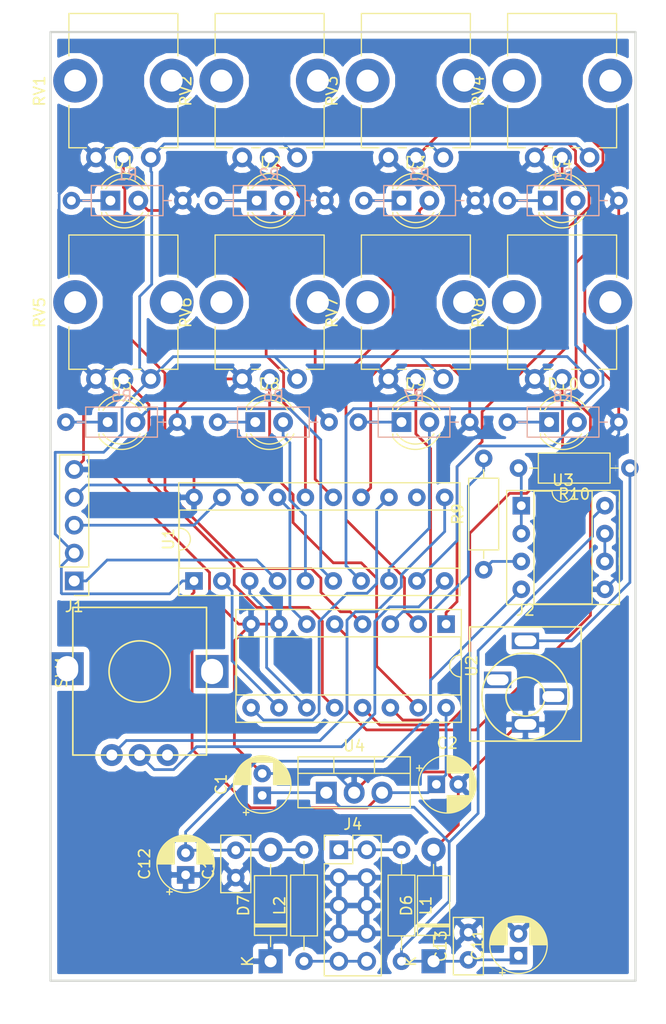
<source format=kicad_pcb>
(kicad_pcb (version 20171130) (host pcbnew "(5.0.2)-1")
  (layers (0 F.Cu signal) (31 B.Cu signal) (34 B.Paste user) (35 F.Paste user) (36 B.SilkS user) (37 F.SilkS user) (38 B.Mask user) (39 F.Mask user) (44 Edge.Cuts user))
  (net 0 "")
  (net 1 12V)
  (net 2 GND)
  (net 3 5V)
  (net 4 /EURORACKPIN/-12V)
  (net 5 "Net-(D1-Pad1)")
  (net 6 "Net-(D1-Pad2)")
  (net 7 "Net-(D2-Pad2)")
  (net 8 "Net-(D2-Pad1)")
  (net 9 "Net-(D3-Pad1)")
  (net 10 "Net-(D3-Pad2)")
  (net 11 "Net-(D4-Pad2)")
  (net 12 "Net-(D4-Pad1)")
  (net 13 "Net-(D5-Pad2)")
  (net 14 "Net-(D5-Pad1)")
  (net 15 "Net-(D8-Pad1)")
  (net 16 "Net-(D8-Pad2)")
  (net 17 "Net-(D9-Pad2)")
  (net 18 "Net-(D9-Pad1)")
  (net 19 "Net-(D10-Pad1)")
  (net 20 "Net-(D10-Pad2)")
  (net 21 MCLR)
  (net 22 ICSPDAT)
  (net 23 ICSPCL)
  (net 24 "Net-(J2-PadT)")
  (net 25 "Net-(J2-PadR)")
  (net 26 "Net-(J2-PadG)")
  (net 27 12VC)
  (net 28 -12VC)
  (net 29 "Net-(R9-Pad1)")
  (net 30 "Net-(R9-Pad2)")
  (net 31 "Net-(R10-Pad2)")
  (net 32 "Net-(RV1-Pad2)")
  (net 33 "Net-(RV2-Pad2)")
  (net 34 "Net-(RV3-Pad2)")
  (net 35 "Net-(RV4-Pad2)")
  (net 36 "Net-(RV5-Pad2)")
  (net 37 "Net-(RV6-Pad2)")
  (net 38 "Net-(RV7-Pad2)")
  (net 39 "Net-(RV8-Pad2)")
  (net 40 "Net-(SW1-PadA)")
  (net 41 "Net-(SW1-PadB)")
  (net 42 "Net-(SW1-PadC)")
  (net 43 B)
  (net 44 "Net-(U1-Pad12)")
  (net 45 A)
  (net 46 C)
  (net 47 EN)
  (net 48 "Net-(U3-Pad6)")
  (module Capacitor_THT:CP_Radial_D5.0mm_P2.00mm (layer F.Cu) (at 63.119 102.235 90)
    (fp_text reference C1 (at 1 -3.75 90) (layer F.SilkS))
    (fp_text value 0.33u)
    (pad 1 thru_hole rect (at 0 0 90) (size 1.6 1.6) (drill 0.8) (layers *.Cu *.Mask) (net 1 12V))
    (pad 2 thru_hole circle (at 2 0 90) (size 1.6 1.6) (drill 0.8) (layers *.Cu *.Mask) (net 2 GND))
  )
  (module Capacitor_THT:CP_Radial_D5.0mm_P2.00mm (layer F.Cu) (at 78.994 101.219)
    (fp_text reference C2 (at 1 -3.75) (layer F.SilkS))
    (fp_text value 0.1u)
    (pad 2 thru_hole circle (at 2 0) (size 1.6 1.6) (drill 0.8) (layers *.Cu *.Mask) (net 2 GND))
    (pad 1 thru_hole rect (at 0 0) (size 1.6 1.6) (drill 0.8) (layers *.Cu *.Mask) (net 3 5V))
  )
  (module Capacitor_THT:CP_Radial_D5.0mm_P2.00mm (layer F.Cu) (at 86.487 116.84 90)
    (fp_text reference C11 (at 1 -3.75 90) (layer F.SilkS))
    (fp_text value 10uF)
    (pad 2 thru_hole circle (at 2 0 90) (size 1.6 1.6) (drill 0.8) (layers *.Cu *.Mask) (net 2 GND))
    (pad 1 thru_hole rect (at 0 0 90) (size 1.6 1.6) (drill 0.8) (layers *.Cu *.Mask) (net 1 12V))
  )
  (module Capacitor_THT:CP_Radial_D5.0mm_P2.00mm (layer F.Cu) (at 56.134 109.474 90)
    (fp_text reference C12 (at 1 -3.75 90) (layer F.SilkS))
    (fp_text value 10uF)
    (pad 1 thru_hole rect (at 0 0 90) (size 1.6 1.6) (drill 0.8) (layers *.Cu *.Mask) (net 2 GND))
    (pad 2 thru_hole circle (at 2 0 90) (size 1.6 1.6) (drill 0.8) (layers *.Cu *.Mask) (net 4 /EURORACKPIN/-12V))
  )
  (module Capacitor_THT:C_Disc_D5.0mm_W2.5mm_P2.50mm (layer F.Cu) (at 81.915 117.221 90)
    (fp_text reference C13 (at 1.25 -2.5 90) (layer F.SilkS))
    (fp_text value 100nF)
    (pad 1 thru_hole circle (at 0 0 90) (size 1.6 1.6) (drill 0.8) (layers *.Cu *.Mask) (net 1 12V))
    (pad 2 thru_hole circle (at 2.5 0 90) (size 1.6 1.6) (drill 0.8) (layers *.Cu *.Mask) (net 2 GND))
  )
  (module Capacitor_THT:C_Disc_D5.0mm_W2.5mm_P2.50mm (layer F.Cu) (at 60.706 109.728 90)
    (fp_text reference C14 (at 1.25 -2.5 90) (layer F.SilkS))
    (fp_text value 100nF)
    (pad 2 thru_hole circle (at 2.5 0 90) (size 1.6 1.6) (drill 0.8) (layers *.Cu *.Mask) (net 4 /EURORACKPIN/-12V))
    (pad 1 thru_hole circle (at 0 0 90) (size 1.6 1.6) (drill 0.8) (layers *.Cu *.Mask) (net 2 GND))
  )
  (module LED_THT:LED_D4.0mm (layer F.Cu) (at 49.276 48.006)
    (fp_text reference D1 (at 1.27 -3.46) (layer F.SilkS))
    (fp_text value LED)
    (pad 1 thru_hole rect (at 0 0) (size 1.8 1.8) (drill 0.9) (layers *.Cu *.Mask) (net 5 "Net-(D1-Pad1)"))
    (pad 2 thru_hole circle (at 2.54 0) (size 1.8 1.8) (drill 0.9) (layers *.Cu *.Mask) (net 6 "Net-(D1-Pad2)"))
  )
  (module LED_THT:LED_D4.0mm (layer F.Cu) (at 62.611 48.006)
    (fp_text reference D2 (at 1.27 -3.46) (layer F.SilkS))
    (fp_text value LED)
    (pad 2 thru_hole circle (at 2.54 0) (size 1.8 1.8) (drill 0.9) (layers *.Cu *.Mask) (net 7 "Net-(D2-Pad2)"))
    (pad 1 thru_hole rect (at 0 0) (size 1.8 1.8) (drill 0.9) (layers *.Cu *.Mask) (net 8 "Net-(D2-Pad1)"))
  )
  (module LED_THT:LED_D4.0mm (layer F.Cu) (at 75.819 48.006)
    (fp_text reference D3 (at 1.27 -3.46) (layer F.SilkS))
    (fp_text value LED)
    (pad 1 thru_hole rect (at 0 0) (size 1.8 1.8) (drill 0.9) (layers *.Cu *.Mask) (net 9 "Net-(D3-Pad1)"))
    (pad 2 thru_hole circle (at 2.54 0) (size 1.8 1.8) (drill 0.9) (layers *.Cu *.Mask) (net 10 "Net-(D3-Pad2)"))
  )
  (module LED_THT:LED_D4.0mm (layer F.Cu) (at 89.154 48.006)
    (fp_text reference D4 (at 1.27 -3.46) (layer F.SilkS))
    (fp_text value LED)
    (pad 2 thru_hole circle (at 2.54 0) (size 1.8 1.8) (drill 0.9) (layers *.Cu *.Mask) (net 11 "Net-(D4-Pad2)"))
    (pad 1 thru_hole rect (at 0 0) (size 1.8 1.8) (drill 0.9) (layers *.Cu *.Mask) (net 12 "Net-(D4-Pad1)"))
  )
  (module LED_THT:LED_D4.0mm (layer F.Cu) (at 49.022 68.199)
    (fp_text reference D5 (at 1.27 -3.46) (layer F.SilkS))
    (fp_text value LED)
    (pad 2 thru_hole circle (at 2.54 0) (size 1.8 1.8) (drill 0.9) (layers *.Cu *.Mask) (net 13 "Net-(D5-Pad2)"))
    (pad 1 thru_hole rect (at 0 0) (size 1.8 1.8) (drill 0.9) (layers *.Cu *.Mask) (net 14 "Net-(D5-Pad1)"))
  )
  (module Diode_THT:D_DO-41_SOD81_P10.16mm_Horizontal (layer F.Cu) (at 78.74 117.348 90)
    (fp_text reference D6 (at 5.08 -2.47 90) (layer F.SilkS))
    (fp_text value 1N4007)
    (fp_text user K (at 0 -2.1 90) (layer F.SilkS))
    (pad 1 thru_hole rect (at 0 0 90) (size 2.2 2.2) (drill 1.1) (layers *.Cu *.Mask) (net 1 12V))
    (pad 2 thru_hole oval (at 10.16 0 90) (size 2.2 2.2) (drill 1.1) (layers *.Cu *.Mask) (net 2 GND))
  )
  (module Diode_THT:D_DO-41_SOD81_P10.16mm_Horizontal (layer F.Cu) (at 63.881 117.348 90)
    (fp_text reference D7 (at 5.08 -2.47 90) (layer F.SilkS))
    (fp_text value 1N4007)
    (fp_text user K (at 0 -2.1 90) (layer F.SilkS))
    (pad 2 thru_hole oval (at 10.16 0 90) (size 2.2 2.2) (drill 1.1) (layers *.Cu *.Mask) (net 4 /EURORACKPIN/-12V))
    (pad 1 thru_hole rect (at 0 0 90) (size 2.2 2.2) (drill 1.1) (layers *.Cu *.Mask) (net 2 GND))
  )
  (module LED_THT:LED_D4.0mm (layer F.Cu) (at 62.484 68.199)
    (fp_text reference D8 (at 1.27 -3.46) (layer F.SilkS))
    (fp_text value LED)
    (pad 1 thru_hole rect (at 0 0) (size 1.8 1.8) (drill 0.9) (layers *.Cu *.Mask) (net 15 "Net-(D8-Pad1)"))
    (pad 2 thru_hole circle (at 2.54 0) (size 1.8 1.8) (drill 0.9) (layers *.Cu *.Mask) (net 16 "Net-(D8-Pad2)"))
  )
  (module LED_THT:LED_D4.0mm (layer F.Cu) (at 75.819 68.199)
    (fp_text reference D9 (at 1.27 -3.46) (layer F.SilkS))
    (fp_text value LED)
    (pad 2 thru_hole circle (at 2.54 0) (size 1.8 1.8) (drill 0.9) (layers *.Cu *.Mask) (net 17 "Net-(D9-Pad2)"))
    (pad 1 thru_hole rect (at 0 0) (size 1.8 1.8) (drill 0.9) (layers *.Cu *.Mask) (net 18 "Net-(D9-Pad1)"))
  )
  (module LED_THT:LED_D4.0mm (layer F.Cu) (at 89.281 68.199)
    (fp_text reference D10 (at 1.27 -3.46) (layer F.SilkS))
    (fp_text value LED)
    (pad 1 thru_hole rect (at 0 0) (size 1.8 1.8) (drill 0.9) (layers *.Cu *.Mask) (net 19 "Net-(D10-Pad1)"))
    (pad 2 thru_hole circle (at 2.54 0) (size 1.8 1.8) (drill 0.9) (layers *.Cu *.Mask) (net 20 "Net-(D10-Pad2)"))
  )
  (module Connector_PinHeader_2.54mm:PinHeader_1x05_P2.54mm_Vertical (layer F.Cu) (at 45.974 82.677 180)
    (fp_text reference J1 (at 0 -2.33 180) (layer F.SilkS))
    (fp_text value Conn_01x05_Male)
    (pad 1 thru_hole rect (at 0 0 180) (size 1.7 1.7) (drill 1) (layers *.Cu *.Mask) (net 21 MCLR))
    (pad 2 thru_hole oval (at 0 2.54 180) (size 1.7 1.7) (drill 1) (layers *.Cu *.Mask) (net 3 5V))
    (pad 3 thru_hole oval (at 0 5.08 180) (size 1.7 1.7) (drill 1) (layers *.Cu *.Mask) (net 22 ICSPDAT))
    (pad 4 thru_hole oval (at 0 7.62 180) (size 1.7 1.7) (drill 1) (layers *.Cu *.Mask) (net 23 ICSPCL))
    (pad 5 thru_hole oval (at 0 10.16 180) (size 1.7 1.7) (drill 1) (layers *.Cu *.Mask) (net 2 GND))
  )
  (module synth:jack_audio (layer F.Cu) (at 87.122 93.218)
    (fp_text reference J2 (at 0 -7.882) (layer F.SilkS))
    (fp_text value AudioJack3_Ground)
    (pad T thru_hole rect (at 0 -5.08) (size 2.5 1.5) (drill oval 2 1) (layers *.Cu *.Mask) (net 24 "Net-(J2-PadT)"))
    (pad R thru_hole rect (at 2.54 0) (size 2.5 1.5) (drill oval 2 1) (layers *.Cu *.Mask) (net 25 "Net-(J2-PadR)"))
    (pad G thru_hole rect (at -2.54 -1.524) (size 2.5 1.5) (drill oval 2 1) (layers *.Cu *.Mask) (net 26 "Net-(J2-PadG)"))
    (pad S thru_hole rect (at 0 2.54) (size 2.5 1.5) (drill oval 2 1) (layers *.Cu *.Mask) (net 2 GND))
  )
  (module Connector_PinHeader_2.54mm:PinHeader_2x05_P2.54mm_Vertical (layer F.Cu) (at 70.104 107.188)
    (fp_text reference J4 (at 1.27 -2.33) (layer F.SilkS))
    (fp_text value Conn_02x05_Odd_Even)
    (pad 1 thru_hole rect (at 0 0) (size 1.7 1.7) (drill 1) (layers *.Cu *.Mask) (net 27 12VC))
    (pad 2 thru_hole oval (at 2.54 0) (size 1.7 1.7) (drill 1) (layers *.Cu *.Mask) (net 27 12VC))
    (pad 3 thru_hole oval (at 0 2.54) (size 1.7 1.7) (drill 1) (layers *.Cu *.Mask) (net 2 GND))
    (pad 4 thru_hole oval (at 2.54 2.54) (size 1.7 1.7) (drill 1) (layers *.Cu *.Mask) (net 2 GND))
    (pad 5 thru_hole oval (at 0 5.08) (size 1.7 1.7) (drill 1) (layers *.Cu *.Mask) (net 2 GND))
    (pad 6 thru_hole oval (at 2.54 5.08) (size 1.7 1.7) (drill 1) (layers *.Cu *.Mask) (net 2 GND))
    (pad 7 thru_hole oval (at 0 7.62) (size 1.7 1.7) (drill 1) (layers *.Cu *.Mask) (net 2 GND))
    (pad 8 thru_hole oval (at 2.54 7.62) (size 1.7 1.7) (drill 1) (layers *.Cu *.Mask) (net 2 GND))
    (pad 9 thru_hole oval (at 0 10.16) (size 1.7 1.7) (drill 1) (layers *.Cu *.Mask) (net 28 -12VC))
    (pad 10 thru_hole oval (at 2.54 10.16) (size 1.7 1.7) (drill 1) (layers *.Cu *.Mask) (net 28 -12VC))
  )
  (module Inductor_THT:L_Axial_L5.3mm_D2.2mm_P10.16mm_Horizontal_Vishay_IM-1 (layer F.Cu) (at 75.819 107.188 270)
    (fp_text reference L1 (at 5.08 -2.22 270) (layer F.SilkS))
    (fp_text value 22uH)
    (pad 1 thru_hole circle (at 0 0 270) (size 1.6 1.6) (drill 0.8) (layers *.Cu *.Mask) (net 27 12VC))
    (pad 2 thru_hole oval (at 10.16 0 270) (size 1.6 1.6) (drill 0.8) (layers *.Cu *.Mask) (net 1 12V))
  )
  (module Inductor_THT:L_Axial_L5.3mm_D2.2mm_P10.16mm_Horizontal_Vishay_IM-1 (layer F.Cu) (at 66.929 117.348 90)
    (fp_text reference L2 (at 5.08 -2.22 90) (layer F.SilkS))
    (fp_text value 22uH)
    (pad 2 thru_hole oval (at 10.16 0 90) (size 1.6 1.6) (drill 0.8) (layers *.Cu *.Mask) (net 4 /EURORACKPIN/-12V))
    (pad 1 thru_hole circle (at 0 0 90) (size 1.6 1.6) (drill 0.8) (layers *.Cu *.Mask) (net 28 -12VC))
  )
  (module Resistor_THT:R_Axial_DIN0207_L6.3mm_D2.5mm_P10.16mm_Horizontal (layer B.Cu) (at 55.88 48.006 180)
    (fp_text reference R1 (at 5.08 2.37 180) (layer B.SilkS) (effects (justify mirror)))
    (fp_text value 330)
    (pad 1 thru_hole circle (at 0 0 180) (size 1.6 1.6) (drill 0.8) (layers *.Cu *.Mask) (net 2 GND))
    (pad 2 thru_hole oval (at 10.16 0 180) (size 1.6 1.6) (drill 0.8) (layers *.Cu *.Mask) (net 5 "Net-(D1-Pad1)"))
  )
  (module Resistor_THT:R_Axial_DIN0207_L6.3mm_D2.5mm_P10.16mm_Horizontal (layer B.Cu) (at 68.834 48.006 180)
    (fp_text reference R2 (at 5.08 2.37 180) (layer B.SilkS) (effects (justify mirror)))
    (fp_text value 330)
    (pad 2 thru_hole oval (at 10.16 0 180) (size 1.6 1.6) (drill 0.8) (layers *.Cu *.Mask) (net 8 "Net-(D2-Pad1)"))
    (pad 1 thru_hole circle (at 0 0 180) (size 1.6 1.6) (drill 0.8) (layers *.Cu *.Mask) (net 2 GND))
  )
  (module Resistor_THT:R_Axial_DIN0207_L6.3mm_D2.5mm_P10.16mm_Horizontal (layer B.Cu) (at 82.55 48.006 180)
    (fp_text reference R3 (at 5.08 2.37 180) (layer B.SilkS) (effects (justify mirror)))
    (fp_text value 330)
    (pad 1 thru_hole circle (at 0 0 180) (size 1.6 1.6) (drill 0.8) (layers *.Cu *.Mask) (net 2 GND))
    (pad 2 thru_hole oval (at 10.16 0 180) (size 1.6 1.6) (drill 0.8) (layers *.Cu *.Mask) (net 9 "Net-(D3-Pad1)"))
  )
  (module Resistor_THT:R_Axial_DIN0207_L6.3mm_D2.5mm_P10.16mm_Horizontal (layer B.Cu) (at 95.631 48.006 180)
    (fp_text reference R4 (at 5.08 2.37 180) (layer B.SilkS) (effects (justify mirror)))
    (fp_text value 330)
    (pad 2 thru_hole oval (at 10.16 0 180) (size 1.6 1.6) (drill 0.8) (layers *.Cu *.Mask) (net 12 "Net-(D4-Pad1)"))
    (pad 1 thru_hole circle (at 0 0 180) (size 1.6 1.6) (drill 0.8) (layers *.Cu *.Mask) (net 2 GND))
  )
  (module Resistor_THT:R_Axial_DIN0207_L6.3mm_D2.5mm_P10.16mm_Horizontal (layer B.Cu) (at 55.372 68.199 180)
    (fp_text reference R5 (at 5.08 2.37 180) (layer B.SilkS) (effects (justify mirror)))
    (fp_text value 330)
    (pad 2 thru_hole oval (at 10.16 0 180) (size 1.6 1.6) (drill 0.8) (layers *.Cu *.Mask) (net 14 "Net-(D5-Pad1)"))
    (pad 1 thru_hole circle (at 0 0 180) (size 1.6 1.6) (drill 0.8) (layers *.Cu *.Mask) (net 2 GND))
  )
  (module Resistor_THT:R_Axial_DIN0207_L6.3mm_D2.5mm_P10.16mm_Horizontal (layer B.Cu) (at 69.215 68.199 180)
    (fp_text reference R6 (at 5.08 2.37 180) (layer B.SilkS) (effects (justify mirror)))
    (fp_text value 330)
    (pad 1 thru_hole circle (at 0 0 180) (size 1.6 1.6) (drill 0.8) (layers *.Cu *.Mask) (net 2 GND))
    (pad 2 thru_hole oval (at 10.16 0 180) (size 1.6 1.6) (drill 0.8) (layers *.Cu *.Mask) (net 15 "Net-(D8-Pad1)"))
  )
  (module Resistor_THT:R_Axial_DIN0207_L6.3mm_D2.5mm_P10.16mm_Horizontal (layer B.Cu) (at 82.042 68.199 180)
    (fp_text reference R7 (at 5.08 2.37 180) (layer B.SilkS) (effects (justify mirror)))
    (fp_text value 330)
    (pad 2 thru_hole oval (at 10.16 0 180) (size 1.6 1.6) (drill 0.8) (layers *.Cu *.Mask) (net 18 "Net-(D9-Pad1)"))
    (pad 1 thru_hole circle (at 0 0 180) (size 1.6 1.6) (drill 0.8) (layers *.Cu *.Mask) (net 2 GND))
  )
  (module Resistor_THT:R_Axial_DIN0207_L6.3mm_D2.5mm_P10.16mm_Horizontal (layer B.Cu) (at 95.631 68.199 180)
    (fp_text reference R8 (at 5.08 2.37 180) (layer B.SilkS) (effects (justify mirror)))
    (fp_text value 330)
    (pad 1 thru_hole circle (at 0 0 180) (size 1.6 1.6) (drill 0.8) (layers *.Cu *.Mask) (net 2 GND))
    (pad 2 thru_hole oval (at 10.16 0 180) (size 1.6 1.6) (drill 0.8) (layers *.Cu *.Mask) (net 19 "Net-(D10-Pad1)"))
  )
  (module Resistor_THT:R_Axial_DIN0207_L6.3mm_D2.5mm_P10.16mm_Horizontal (layer F.Cu) (at 83.312 81.661 90)
    (fp_text reference R9 (at 5.08 -2.37 90) (layer F.SilkS))
    (fp_text value 1k)
    (pad 1 thru_hole circle (at 0 0 90) (size 1.6 1.6) (drill 0.8) (layers *.Cu *.Mask) (net 29 "Net-(R9-Pad1)"))
    (pad 2 thru_hole oval (at 10.16 0 90) (size 1.6 1.6) (drill 0.8) (layers *.Cu *.Mask) (net 30 "Net-(R9-Pad2)"))
  )
  (module Resistor_THT:R_Axial_DIN0207_L6.3mm_D2.5mm_P10.16mm_Horizontal (layer F.Cu) (at 96.647 72.39 180)
    (fp_text reference R10 (at 5.08 -2.37 180) (layer F.SilkS))
    (fp_text value 100)
    (pad 2 thru_hole oval (at 10.16 0 180) (size 1.6 1.6) (drill 0.8) (layers *.Cu *.Mask) (net 31 "Net-(R10-Pad2)"))
    (pad 1 thru_hole circle (at 0 0 180) (size 1.6 1.6) (drill 0.8) (layers *.Cu *.Mask) (net 24 "Net-(J2-PadT)"))
  )
  (module Potentiometer_THT:Potentiometer_Bourns_PTV09A-1_Single_Vertical (layer F.Cu) (at 52.959 44.069 90)
    (fp_text reference RV1 (at 6.05 -10.15 90) (layer F.SilkS))
    (fp_text value 10K)
    (pad 3 thru_hole circle (at 0 -5 90) (size 1.8 1.8) (drill 1) (layers *.Cu *.Mask) (net 2 GND))
    (pad 2 thru_hole circle (at 0 -2.5 90) (size 1.8 1.8) (drill 1) (layers *.Cu *.Mask) (net 32 "Net-(RV1-Pad2)"))
    (pad 1 thru_hole circle (at 0 0 90) (size 1.8 1.8) (drill 1) (layers *.Cu *.Mask) (net 3 5V))
    (pad "" np_thru_hole circle (at 7 -6.9 90) (size 4 4) (drill 2) (layers *.Cu *.Mask))
    (pad "" np_thru_hole circle (at 7 1.9 90) (size 4 4) (drill 2) (layers *.Cu *.Mask))
  )
  (module Potentiometer_THT:Potentiometer_Bourns_PTV09A-1_Single_Vertical (layer F.Cu) (at 66.294 44.069 90)
    (fp_text reference RV2 (at 6.05 -10.15 90) (layer F.SilkS))
    (fp_text value 10K)
    (pad "" np_thru_hole circle (at 7 1.9 90) (size 4 4) (drill 2) (layers *.Cu *.Mask))
    (pad "" np_thru_hole circle (at 7 -6.9 90) (size 4 4) (drill 2) (layers *.Cu *.Mask))
    (pad 1 thru_hole circle (at 0 0 90) (size 1.8 1.8) (drill 1) (layers *.Cu *.Mask) (net 3 5V))
    (pad 2 thru_hole circle (at 0 -2.5 90) (size 1.8 1.8) (drill 1) (layers *.Cu *.Mask) (net 33 "Net-(RV2-Pad2)"))
    (pad 3 thru_hole circle (at 0 -5 90) (size 1.8 1.8) (drill 1) (layers *.Cu *.Mask) (net 2 GND))
  )
  (module Potentiometer_THT:Potentiometer_Bourns_PTV09A-1_Single_Vertical (layer F.Cu) (at 79.629 44.069 90)
    (fp_text reference RV3 (at 6.05 -10.15 90) (layer F.SilkS))
    (fp_text value 10K)
    (pad 3 thru_hole circle (at 0 -5 90) (size 1.8 1.8) (drill 1) (layers *.Cu *.Mask) (net 2 GND))
    (pad 2 thru_hole circle (at 0 -2.5 90) (size 1.8 1.8) (drill 1) (layers *.Cu *.Mask) (net 34 "Net-(RV3-Pad2)"))
    (pad 1 thru_hole circle (at 0 0 90) (size 1.8 1.8) (drill 1) (layers *.Cu *.Mask) (net 3 5V))
    (pad "" np_thru_hole circle (at 7 -6.9 90) (size 4 4) (drill 2) (layers *.Cu *.Mask))
    (pad "" np_thru_hole circle (at 7 1.9 90) (size 4 4) (drill 2) (layers *.Cu *.Mask))
  )
  (module Potentiometer_THT:Potentiometer_Bourns_PTV09A-1_Single_Vertical (layer F.Cu) (at 92.964 44.069 90)
    (fp_text reference RV4 (at 6.05 -10.15 90) (layer F.SilkS))
    (fp_text value 10K)
    (pad "" np_thru_hole circle (at 7 1.9 90) (size 4 4) (drill 2) (layers *.Cu *.Mask))
    (pad "" np_thru_hole circle (at 7 -6.9 90) (size 4 4) (drill 2) (layers *.Cu *.Mask))
    (pad 1 thru_hole circle (at 0 0 90) (size 1.8 1.8) (drill 1) (layers *.Cu *.Mask) (net 3 5V))
    (pad 2 thru_hole circle (at 0 -2.5 90) (size 1.8 1.8) (drill 1) (layers *.Cu *.Mask) (net 35 "Net-(RV4-Pad2)"))
    (pad 3 thru_hole circle (at 0 -5 90) (size 1.8 1.8) (drill 1) (layers *.Cu *.Mask) (net 2 GND))
  )
  (module Potentiometer_THT:Potentiometer_Bourns_PTV09A-1_Single_Vertical (layer F.Cu) (at 52.959 64.262 90)
    (fp_text reference RV5 (at 6.05 -10.15 90) (layer F.SilkS))
    (fp_text value 10K)
    (pad 3 thru_hole circle (at 0 -5 90) (size 1.8 1.8) (drill 1) (layers *.Cu *.Mask) (net 2 GND))
    (pad 2 thru_hole circle (at 0 -2.5 90) (size 1.8 1.8) (drill 1) (layers *.Cu *.Mask) (net 36 "Net-(RV5-Pad2)"))
    (pad 1 thru_hole circle (at 0 0 90) (size 1.8 1.8) (drill 1) (layers *.Cu *.Mask) (net 3 5V))
    (pad "" np_thru_hole circle (at 7 -6.9 90) (size 4 4) (drill 2) (layers *.Cu *.Mask))
    (pad "" np_thru_hole circle (at 7 1.9 90) (size 4 4) (drill 2) (layers *.Cu *.Mask))
  )
  (module Potentiometer_THT:Potentiometer_Bourns_PTV09A-1_Single_Vertical (layer F.Cu) (at 66.294 64.262 90)
    (fp_text reference RV6 (at 6.05 -10.15 90) (layer F.SilkS))
    (fp_text value 10K)
    (pad "" np_thru_hole circle (at 7 1.9 90) (size 4 4) (drill 2) (layers *.Cu *.Mask))
    (pad "" np_thru_hole circle (at 7 -6.9 90) (size 4 4) (drill 2) (layers *.Cu *.Mask))
    (pad 1 thru_hole circle (at 0 0 90) (size 1.8 1.8) (drill 1) (layers *.Cu *.Mask) (net 3 5V))
    (pad 2 thru_hole circle (at 0 -2.5 90) (size 1.8 1.8) (drill 1) (layers *.Cu *.Mask) (net 37 "Net-(RV6-Pad2)"))
    (pad 3 thru_hole circle (at 0 -5 90) (size 1.8 1.8) (drill 1) (layers *.Cu *.Mask) (net 2 GND))
  )
  (module Potentiometer_THT:Potentiometer_Bourns_PTV09A-1_Single_Vertical (layer F.Cu) (at 79.629 64.262 90)
    (fp_text reference RV7 (at 6.05 -10.15 90) (layer F.SilkS))
    (fp_text value 10K)
    (pad 3 thru_hole circle (at 0 -5 90) (size 1.8 1.8) (drill 1) (layers *.Cu *.Mask) (net 2 GND))
    (pad 2 thru_hole circle (at 0 -2.5 90) (size 1.8 1.8) (drill 1) (layers *.Cu *.Mask) (net 38 "Net-(RV7-Pad2)"))
    (pad 1 thru_hole circle (at 0 0 90) (size 1.8 1.8) (drill 1) (layers *.Cu *.Mask) (net 3 5V))
    (pad "" np_thru_hole circle (at 7 -6.9 90) (size 4 4) (drill 2) (layers *.Cu *.Mask))
    (pad "" np_thru_hole circle (at 7 1.9 90) (size 4 4) (drill 2) (layers *.Cu *.Mask))
  )
  (module Potentiometer_THT:Potentiometer_Bourns_PTV09A-1_Single_Vertical (layer F.Cu) (at 92.964 64.262 90)
    (fp_text reference RV8 (at 6.05 -10.15 90) (layer F.SilkS))
    (fp_text value 10K)
    (pad "" np_thru_hole circle (at 7 1.9 90) (size 4 4) (drill 2) (layers *.Cu *.Mask))
    (pad "" np_thru_hole circle (at 7 -6.9 90) (size 4 4) (drill 2) (layers *.Cu *.Mask))
    (pad 1 thru_hole circle (at 0 0 90) (size 1.8 1.8) (drill 1) (layers *.Cu *.Mask) (net 3 5V))
    (pad 2 thru_hole circle (at 0 -2.5 90) (size 1.8 1.8) (drill 1) (layers *.Cu *.Mask) (net 39 "Net-(RV8-Pad2)"))
    (pad 3 thru_hole circle (at 0 -5 90) (size 1.8 1.8) (drill 1) (layers *.Cu *.Mask) (net 2 GND))
  )
  (module synth:Bourns-PEC12R-N (layer F.Cu) (at 51.943 90.932 90)
    (fp_text reference SW1 (at 0 -7.12 90) (layer F.SilkS))
    (fp_text value Rotary_Encoder)
    (pad A thru_hole circle (at -7.62 -2.54 90) (size 2 2) (drill 1) (layers *.Cu *.Mask) (net 40 "Net-(SW1-PadA)"))
    (pad B thru_hole circle (at -7.62 0 90) (size 2 2) (drill 1) (layers *.Cu *.Mask) (net 41 "Net-(SW1-PadB)"))
    (pad C thru_hole circle (at -7.62 2.54 90) (size 2 2) (drill 1) (layers *.Cu *.Mask) (net 42 "Net-(SW1-PadC)"))
    (pad "" thru_hole rect (at 0.254 -6.604 90) (size 3 3) (drill oval 2.3 2) (layers *.Cu *.Mask))
    (pad "" thru_hole rect (at 0 6.604 90) (size 3 3) (drill oval 2.3 2) (layers *.Cu *.Mask))
  )
  (module Package_DIP:DIP-20_W7.62mm_Socket (layer F.Cu) (at 56.896 82.677 90)
    (fp_text reference U1 (at 3.81 -2.33 90) (layer F.SilkS))
    (fp_text value PIC16F690-IP)
    (pad 1 thru_hole rect (at 0 0 90) (size 1.6 1.6) (drill 0.8) (layers *.Cu *.Mask) (net 3 5V))
    (pad 11 thru_hole oval (at 7.62 22.86 90) (size 1.6 1.6) (drill 0.8) (layers *.Cu *.Mask) (net 40 "Net-(SW1-PadA)"))
    (pad 2 thru_hole oval (at 0 2.54 90) (size 1.6 1.6) (drill 0.8) (layers *.Cu *.Mask) (net 43 B))
    (pad 12 thru_hole oval (at 7.62 20.32 90) (size 1.6 1.6) (drill 0.8) (layers *.Cu *.Mask) (net 44 "Net-(U1-Pad12)"))
    (pad 3 thru_hole oval (at 0 5.08 90) (size 1.6 1.6) (drill 0.8) (layers *.Cu *.Mask) (net 45 A))
    (pad 13 thru_hole oval (at 7.62 17.78 90) (size 1.6 1.6) (drill 0.8) (layers *.Cu *.Mask) (net 46 C))
    (pad 4 thru_hole oval (at 0 7.62 90) (size 1.6 1.6) (drill 0.8) (layers *.Cu *.Mask) (net 21 MCLR))
    (pad 14 thru_hole oval (at 7.62 15.24 90) (size 1.6 1.6) (drill 0.8) (layers *.Cu *.Mask) (net 10 "Net-(D3-Pad2)"))
    (pad 5 thru_hole oval (at 0 10.16 90) (size 1.6 1.6) (drill 0.8) (layers *.Cu *.Mask) (net 16 "Net-(D8-Pad2)"))
    (pad 15 thru_hole oval (at 7.62 12.7 90) (size 1.6 1.6) (drill 0.8) (layers *.Cu *.Mask) (net 7 "Net-(D2-Pad2)"))
    (pad 6 thru_hole oval (at 0 12.7 90) (size 1.6 1.6) (drill 0.8) (layers *.Cu *.Mask) (net 13 "Net-(D5-Pad2)"))
    (pad 16 thru_hole oval (at 7.62 10.16 90) (size 1.6 1.6) (drill 0.8) (layers *.Cu *.Mask) (net 6 "Net-(D1-Pad2)"))
    (pad 7 thru_hole oval (at 0 15.24 90) (size 1.6 1.6) (drill 0.8) (layers *.Cu *.Mask) (net 11 "Net-(D4-Pad2)"))
    (pad 17 thru_hole oval (at 7.62 7.62 90) (size 1.6 1.6) (drill 0.8) (layers *.Cu *.Mask) (net 47 EN))
    (pad 8 thru_hole oval (at 0 17.78 90) (size 1.6 1.6) (drill 0.8) (layers *.Cu *.Mask) (net 17 "Net-(D9-Pad2)"))
    (pad 18 thru_hole oval (at 7.62 5.08 90) (size 1.6 1.6) (drill 0.8) (layers *.Cu *.Mask) (net 23 ICSPCL))
    (pad 9 thru_hole oval (at 0 20.32 90) (size 1.6 1.6) (drill 0.8) (layers *.Cu *.Mask) (net 20 "Net-(D10-Pad2)"))
    (pad 19 thru_hole oval (at 7.62 2.54 90) (size 1.6 1.6) (drill 0.8) (layers *.Cu *.Mask) (net 22 ICSPDAT))
    (pad 10 thru_hole oval (at 0 22.86 90) (size 1.6 1.6) (drill 0.8) (layers *.Cu *.Mask) (net 41 "Net-(SW1-PadB)"))
    (pad 20 thru_hole oval (at 7.62 0 90) (size 1.6 1.6) (drill 0.8) (layers *.Cu *.Mask) (net 2 GND))
  )
  (module Package_DIP:DIP-16_W7.62mm_Socket (layer F.Cu) (at 79.883 86.614 270)
    (fp_text reference U2 (at 3.81 -2.33 270) (layer F.SilkS))
    (fp_text value 4051)
    (pad 1 thru_hole rect (at 0 0 270) (size 1.6 1.6) (drill 0.8) (layers *.Cu *.Mask) (net 35 "Net-(RV4-Pad2)"))
    (pad 9 thru_hole oval (at 7.62 17.78 270) (size 1.6 1.6) (drill 0.8) (layers *.Cu *.Mask) (net 46 C))
    (pad 2 thru_hole oval (at 0 2.54 270) (size 1.6 1.6) (drill 0.8) (layers *.Cu *.Mask) (net 33 "Net-(RV2-Pad2)"))
    (pad 10 thru_hole oval (at 7.62 15.24 270) (size 1.6 1.6) (drill 0.8) (layers *.Cu *.Mask) (net 43 B))
    (pad 3 thru_hole oval (at 0 5.08 270) (size 1.6 1.6) (drill 0.8) (layers *.Cu *.Mask) (net 30 "Net-(R9-Pad2)"))
    (pad 11 thru_hole oval (at 7.62 12.7 270) (size 1.6 1.6) (drill 0.8) (layers *.Cu *.Mask) (net 45 A))
    (pad 4 thru_hole oval (at 0 7.62 270) (size 1.6 1.6) (drill 0.8) (layers *.Cu *.Mask) (net 32 "Net-(RV1-Pad2)"))
    (pad 12 thru_hole oval (at 7.62 10.16 270) (size 1.6 1.6) (drill 0.8) (layers *.Cu *.Mask) (net 36 "Net-(RV5-Pad2)"))
    (pad 5 thru_hole oval (at 0 10.16 270) (size 1.6 1.6) (drill 0.8) (layers *.Cu *.Mask) (net 34 "Net-(RV3-Pad2)"))
    (pad 13 thru_hole oval (at 7.62 7.62 270) (size 1.6 1.6) (drill 0.8) (layers *.Cu *.Mask) (net 39 "Net-(RV8-Pad2)"))
    (pad 6 thru_hole oval (at 0 12.7 270) (size 1.6 1.6) (drill 0.8) (layers *.Cu *.Mask) (net 47 EN))
    (pad 14 thru_hole oval (at 7.62 5.08 270) (size 1.6 1.6) (drill 0.8) (layers *.Cu *.Mask) (net 38 "Net-(RV7-Pad2)"))
    (pad 7 thru_hole oval (at 0 15.24 270) (size 1.6 1.6) (drill 0.8) (layers *.Cu *.Mask) (net 2 GND))
    (pad 15 thru_hole oval (at 7.62 2.54 270) (size 1.6 1.6) (drill 0.8) (layers *.Cu *.Mask) (net 37 "Net-(RV6-Pad2)"))
    (pad 8 thru_hole oval (at 0 17.78 270) (size 1.6 1.6) (drill 0.8) (layers *.Cu *.Mask) (net 2 GND))
    (pad 16 thru_hole oval (at 7.62 0 270) (size 1.6 1.6) (drill 0.8) (layers *.Cu *.Mask) (net 3 5V))
  )
  (module Package_DIP:DIP-8_W7.62mm_Socket (layer F.Cu) (at 86.741 75.819)
    (fp_text reference U3 (at 3.81 -2.33) (layer F.SilkS))
    (fp_text value TL072)
    (pad 1 thru_hole rect (at 0 0) (size 1.6 1.6) (drill 0.8) (layers *.Cu *.Mask) (net 31 "Net-(R10-Pad2)"))
    (pad 5 thru_hole oval (at 7.62 7.62) (size 1.6 1.6) (drill 0.8) (layers *.Cu *.Mask) (net 2 GND))
    (pad 2 thru_hole oval (at 0 2.54) (size 1.6 1.6) (drill 0.8) (layers *.Cu *.Mask) (net 31 "Net-(R10-Pad2)"))
    (pad 6 thru_hole oval (at 7.62 5.08) (size 1.6 1.6) (drill 0.8) (layers *.Cu *.Mask) (net 48 "Net-(U3-Pad6)"))
    (pad 3 thru_hole oval (at 0 5.08) (size 1.6 1.6) (drill 0.8) (layers *.Cu *.Mask) (net 29 "Net-(R9-Pad1)"))
    (pad 7 thru_hole oval (at 7.62 2.54) (size 1.6 1.6) (drill 0.8) (layers *.Cu *.Mask) (net 48 "Net-(U3-Pad6)"))
    (pad 4 thru_hole oval (at 0 7.62) (size 1.6 1.6) (drill 0.8) (layers *.Cu *.Mask) (net 4 /EURORACKPIN/-12V))
    (pad 8 thru_hole oval (at 7.62 0) (size 1.6 1.6) (drill 0.8) (layers *.Cu *.Mask) (net 1 12V))
  )
  (module Package_TO_SOT_THT:TO-220-3_Vertical (layer F.Cu) (at 68.961 101.981)
    (fp_text reference U4 (at 2.54 -4.27) (layer F.SilkS))
    (fp_text value L7805)
    (pad 1 thru_hole rect (at 0 0) (size 1.905 2) (drill 1.1) (layers *.Cu *.Mask) (net 1 12V))
    (pad 2 thru_hole oval (at 2.54 0) (size 1.905 2) (drill 1.1) (layers *.Cu *.Mask) (net 2 GND))
    (pad 3 thru_hole oval (at 5.08 0) (size 1.905 2) (drill 1.1) (layers *.Cu *.Mask) (net 3 5V))
  )
  (gr_line (start 97.155 119.126) (end 97.155 32.639) (layer Edge.Cuts) (width 0.2))
  (gr_line (start 43.815 119.126) (end 97.155 119.126) (layer Edge.Cuts) (width 0.2))
  (gr_line (start 43.815 32.639) (end 43.815 119.126) (layer Edge.Cuts) (width 0.2))
  (gr_line (start 97.155 32.639) (end 43.815 32.639) (layer Edge.Cuts) (width 0.2))
  (segment (start 63.373 101.981) (end 63.119 102.235) (width 0.25) (layer B.Cu) (net 1))
  (segment (start 68.961 101.981) (end 63.373 101.981) (width 0.25) (layer B.Cu) (net 1))
  (segment (start 75.819 117.348) (end 78.74 117.348) (width 0.25) (layer B.Cu) (net 1))
  (segment (start 81.788 117.348) (end 81.915 117.221) (width 0.25) (layer B.Cu) (net 1))
  (segment (start 78.74 117.348) (end 81.788 117.348) (width 0.25) (layer B.Cu) (net 1))
  (segment (start 86.106 117.221) (end 86.487 116.84) (width 0.25) (layer B.Cu) (net 1))
  (segment (start 81.915 117.221) (end 86.106 117.221) (width 0.25) (layer B.Cu) (net 1))
  (segment (start 68.961 102.0285) (end 68.961 101.981) (width 0.25) (layer B.Cu) (net 1))
  (segment (start 70.23851 103.30601) (end 68.961 102.0285) (width 0.25) (layer B.Cu) (net 1))
  (segment (start 76.967012 103.30601) (end 70.23851 103.30601) (width 0.25) (layer B.Cu) (net 1))
  (segment (start 80.165001 106.503999) (end 76.967012 103.30601) (width 0.25) (layer B.Cu) (net 1))
  (segment (start 80.165001 111.870629) (end 80.165001 106.503999) (width 0.25) (layer B.Cu) (net 1))
  (segment (start 75.819 116.21663) (end 80.165001 111.870629) (width 0.25) (layer B.Cu) (net 1))
  (segment (start 75.819 117.348) (end 75.819 116.21663) (width 0.25) (layer B.Cu) (net 1))
  (segment (start 93.561001 76.618999) (end 94.361 75.819) (width 0.25) (layer B.Cu) (net 1))
  (segment (start 93.235999 76.944001) (end 93.561001 76.618999) (width 0.25) (layer B.Cu) (net 1))
  (segment (start 93.235999 78.609003) (end 93.235999 76.944001) (width 0.25) (layer B.Cu) (net 1))
  (segment (start 82.804 89.041002) (end 93.235999 78.609003) (width 0.25) (layer B.Cu) (net 1))
  (segment (start 80.165001 106.503999) (end 82.804 103.865) (width 0.25) (layer B.Cu) (net 1))
  (segment (start 82.804 103.865) (end 82.804 89.041002) (width 0.25) (layer B.Cu) (net 1))
  (segment (start 95.631 69.33037) (end 95.631 68.199) (width 0.25) (layer B.Cu) (net 2))
  (segment (start 95.486001 69.475369) (end 95.631 69.33037) (width 0.25) (layer B.Cu) (net 2))
  (segment (start 95.486001 82.313999) (end 95.486001 69.475369) (width 0.25) (layer B.Cu) (net 2))
  (segment (start 94.361 83.439) (end 95.486001 82.313999) (width 0.25) (layer B.Cu) (net 2))
  (segment (start 56.896 69.723) (end 55.372 68.199) (width 0.25) (layer F.Cu) (net 2))
  (segment (start 56.896 75.057) (end 56.896 69.723) (width 0.25) (layer F.Cu) (net 2))
  (segment (start 48.858999 63.362001) (end 47.959 64.262) (width 0.25) (layer B.Cu) (net 2))
  (segment (start 48.858999 56.620997) (end 48.858999 63.362001) (width 0.25) (layer B.Cu) (net 2))
  (segment (start 44.594999 52.356997) (end 48.858999 56.620997) (width 0.25) (layer B.Cu) (net 2))
  (segment (start 44.594999 47.433001) (end 44.594999 52.356997) (width 0.25) (layer B.Cu) (net 2))
  (segment (start 47.959 44.069) (end 44.594999 47.433001) (width 0.25) (layer B.Cu) (net 2))
  (segment (start 71.501 101.9335) (end 71.501 101.981) (width 0.25) (layer B.Cu) (net 2))
  (segment (start 69.8025 100.235) (end 71.501 101.9335) (width 0.25) (layer B.Cu) (net 2))
  (segment (start 63.119 100.235) (end 69.8025 100.235) (width 0.25) (layer B.Cu) (net 2))
  (segment (start 71.501 101.9335) (end 71.501 101.981) (width 0.25) (layer F.Cu) (net 2))
  (segment (start 73.340501 100.093999) (end 71.501 101.9335) (width 0.25) (layer F.Cu) (net 2))
  (segment (start 80.054001 100.093999) (end 73.340501 100.093999) (width 0.25) (layer F.Cu) (net 2))
  (segment (start 80.194001 100.233999) (end 80.054001 100.093999) (width 0.25) (layer F.Cu) (net 2))
  (segment (start 80.194001 100.419001) (end 80.194001 100.233999) (width 0.25) (layer F.Cu) (net 2))
  (segment (start 80.994 101.219) (end 80.194001 100.419001) (width 0.25) (layer F.Cu) (net 2))
  (segment (start 86.455 95.758) (end 87.122 95.758) (width 0.25) (layer F.Cu) (net 2))
  (segment (start 80.994 101.219) (end 86.455 95.758) (width 0.25) (layer F.Cu) (net 2))
  (segment (start 80.994 104.934) (end 78.74 107.188) (width 0.25) (layer F.Cu) (net 2))
  (segment (start 80.994 101.219) (end 80.994 104.934) (width 0.25) (layer F.Cu) (net 2))
  (segment (start 51.054 72.517) (end 45.974 72.517) (width 0.25) (layer B.Cu) (net 2))
  (segment (start 55.372 68.199) (end 51.054 72.517) (width 0.25) (layer B.Cu) (net 2))
  (segment (start 60.97163 86.614) (end 62.103 86.614) (width 0.25) (layer F.Cu) (net 2))
  (segment (start 58.310999 83.953369) (end 60.97163 86.614) (width 0.25) (layer F.Cu) (net 2))
  (segment (start 58.310999 81.906997) (end 58.310999 83.953369) (width 0.25) (layer F.Cu) (net 2))
  (segment (start 48.921002 72.517) (end 58.310999 81.906997) (width 0.25) (layer F.Cu) (net 2))
  (segment (start 45.974 72.517) (end 48.921002 72.517) (width 0.25) (layer F.Cu) (net 2))
  (segment (start 62.319001 99.435001) (end 63.119 100.235) (width 0.25) (layer F.Cu) (net 2))
  (segment (start 60.579 97.695) (end 62.319001 99.435001) (width 0.25) (layer F.Cu) (net 2))
  (segment (start 60.579 88.138) (end 60.579 97.695) (width 0.25) (layer F.Cu) (net 2))
  (segment (start 62.103 86.614) (end 60.579 88.138) (width 0.25) (layer F.Cu) (net 2))
  (segment (start 60.021208 64.262) (end 61.294 64.262) (width 0.25) (layer F.Cu) (net 2))
  (segment (start 58.17763 64.262) (end 60.021208 64.262) (width 0.25) (layer F.Cu) (net 2))
  (segment (start 55.372 67.06763) (end 58.17763 64.262) (width 0.25) (layer F.Cu) (net 2))
  (segment (start 55.372 68.199) (end 55.372 67.06763) (width 0.25) (layer F.Cu) (net 2))
  (segment (start 47.059001 65.161999) (end 47.959 64.262) (width 0.25) (layer F.Cu) (net 2))
  (segment (start 46.823999 65.397001) (end 47.059001 65.161999) (width 0.25) (layer F.Cu) (net 2))
  (segment (start 46.823999 71.667001) (end 46.823999 65.397001) (width 0.25) (layer F.Cu) (net 2))
  (segment (start 45.974 72.517) (end 46.823999 71.667001) (width 0.25) (layer F.Cu) (net 2))
  (segment (start 82.042 67.06763) (end 82.042 68.199) (width 0.25) (layer F.Cu) (net 2))
  (segment (start 82.042 64.861998) (end 82.042 67.06763) (width 0.25) (layer F.Cu) (net 2))
  (segment (start 80.217001 63.036999) (end 82.042 64.861998) (width 0.25) (layer F.Cu) (net 2))
  (segment (start 75.854001 63.036999) (end 80.217001 63.036999) (width 0.25) (layer F.Cu) (net 2))
  (segment (start 74.629 64.262) (end 75.854001 63.036999) (width 0.25) (layer F.Cu) (net 2))
  (segment (start 88.863999 43.169001) (end 87.964 44.069) (width 0.25) (layer F.Cu) (net 2))
  (segment (start 89.189001 42.843999) (end 88.863999 43.169001) (width 0.25) (layer F.Cu) (net 2))
  (segment (start 91.052001 42.843999) (end 89.189001 42.843999) (width 0.25) (layer F.Cu) (net 2))
  (segment (start 91.689001 43.480999) (end 91.052001 42.843999) (width 0.25) (layer F.Cu) (net 2))
  (segment (start 91.689001 44.607003) (end 91.689001 43.480999) (width 0.25) (layer F.Cu) (net 2))
  (segment (start 92.919001 45.837003) (end 91.689001 44.607003) (width 0.25) (layer F.Cu) (net 2))
  (segment (start 92.919001 48.594001) (end 92.919001 45.837003) (width 0.25) (layer F.Cu) (net 2))
  (segment (start 90.91401 50.598992) (end 92.919001 48.594001) (width 0.25) (layer F.Cu) (net 2))
  (segment (start 90.91401 61.31199) (end 90.91401 50.598992) (width 0.25) (layer F.Cu) (net 2))
  (segment (start 87.964 64.262) (end 90.91401 61.31199) (width 0.25) (layer F.Cu) (net 2))
  (segment (start 95.631 67.06763) (end 95.631 68.199) (width 0.25) (layer F.Cu) (net 2))
  (segment (start 95.631 65.115998) (end 95.631 67.06763) (width 0.25) (layer F.Cu) (net 2))
  (segment (start 92.538999 62.023997) (end 95.631 65.115998) (width 0.25) (layer F.Cu) (net 2))
  (segment (start 92.538999 53.512411) (end 92.538999 62.023997) (width 0.25) (layer F.Cu) (net 2))
  (segment (start 95.631 50.42041) (end 92.538999 53.512411) (width 0.25) (layer F.Cu) (net 2))
  (segment (start 95.631 48.006) (end 95.631 50.42041) (width 0.25) (layer F.Cu) (net 2))
  (segment (start 64.643 86.614) (end 62.103 86.614) (width 0.25) (layer F.Cu) (net 2))
  (segment (start 65.394001 43.169001) (end 66.294 44.069) (width 0.25) (layer B.Cu) (net 3))
  (segment (start 65.068999 42.843999) (end 65.394001 43.169001) (width 0.25) (layer B.Cu) (net 3))
  (segment (start 54.184001 42.843999) (end 65.068999 42.843999) (width 0.25) (layer B.Cu) (net 3))
  (segment (start 52.959 44.069) (end 54.184001 42.843999) (width 0.25) (layer B.Cu) (net 3))
  (segment (start 78.403999 42.843999) (end 79.629 44.069) (width 0.25) (layer B.Cu) (net 3))
  (segment (start 65.068999 42.843999) (end 78.403999 42.843999) (width 0.25) (layer B.Cu) (net 3))
  (segment (start 91.738999 42.843999) (end 92.964 44.069) (width 0.25) (layer B.Cu) (net 3))
  (segment (start 78.403999 42.843999) (end 91.738999 42.843999) (width 0.25) (layer B.Cu) (net 3))
  (segment (start 65.394001 63.362001) (end 66.294 64.262) (width 0.25) (layer B.Cu) (net 3))
  (segment (start 64.262 62.23) (end 65.394001 63.362001) (width 0.25) (layer B.Cu) (net 3))
  (segment (start 54.991 62.23) (end 64.262 62.23) (width 0.25) (layer B.Cu) (net 3))
  (segment (start 52.959 64.262) (end 54.991 62.23) (width 0.25) (layer B.Cu) (net 3))
  (segment (start 77.597 62.23) (end 79.629 64.262) (width 0.25) (layer B.Cu) (net 3))
  (segment (start 64.262 62.23) (end 77.597 62.23) (width 0.25) (layer B.Cu) (net 3))
  (segment (start 90.932 62.23) (end 92.964 64.262) (width 0.25) (layer B.Cu) (net 3))
  (segment (start 77.597 62.23) (end 90.932 62.23) (width 0.25) (layer B.Cu) (net 3))
  (segment (start 78.232 101.981) (end 78.994 101.219) (width 0.25) (layer B.Cu) (net 3))
  (segment (start 74.041 101.981) (end 78.232 101.981) (width 0.25) (layer B.Cu) (net 3))
  (segment (start 79.883 100.33) (end 78.994 101.219) (width 0.25) (layer B.Cu) (net 3))
  (segment (start 79.883 94.234) (end 79.883 100.33) (width 0.25) (layer B.Cu) (net 3))
  (segment (start 52.059001 65.161999) (end 52.959 64.262) (width 0.25) (layer B.Cu) (net 3))
  (segment (start 50.336999 66.884001) (end 52.059001 65.161999) (width 0.25) (layer B.Cu) (net 3))
  (segment (start 44.24001 70.94899) (end 48.657012 70.94899) (width 0.25) (layer B.Cu) (net 3))
  (segment (start 44.24001 78.40301) (end 44.24001 70.94899) (width 0.25) (layer B.Cu) (net 3))
  (segment (start 50.336999 69.269003) (end 50.336999 66.884001) (width 0.25) (layer B.Cu) (net 3))
  (segment (start 48.657012 70.94899) (end 50.336999 69.269003) (width 0.25) (layer B.Cu) (net 3))
  (segment (start 45.974 80.137) (end 44.24001 78.40301) (width 0.25) (layer B.Cu) (net 3))
  (segment (start 45.124001 80.986999) (end 45.974 80.137) (width 0.25) (layer B.Cu) (net 3))
  (segment (start 44.798999 81.312001) (end 45.124001 80.986999) (width 0.25) (layer B.Cu) (net 3))
  (segment (start 44.798999 83.787001) (end 44.798999 81.312001) (width 0.25) (layer B.Cu) (net 3))
  (segment (start 44.863999 83.852001) (end 44.798999 83.787001) (width 0.25) (layer B.Cu) (net 3))
  (segment (start 54.670999 83.852001) (end 44.863999 83.852001) (width 0.25) (layer B.Cu) (net 3))
  (segment (start 55.846 82.677) (end 54.670999 83.852001) (width 0.25) (layer B.Cu) (net 3))
  (segment (start 56.896 82.677) (end 55.846 82.677) (width 0.25) (layer B.Cu) (net 3))
  (segment (start 53.041001 55.638997) (end 51.943 56.736998) (width 0.25) (layer B.Cu) (net 3))
  (segment (start 53.041001 45.423793) (end 53.041001 55.638997) (width 0.25) (layer B.Cu) (net 3))
  (segment (start 52.959 44.069) (end 52.959 45.341792) (width 0.25) (layer B.Cu) (net 3))
  (segment (start 52.959 45.341792) (end 53.041001 45.423793) (width 0.25) (layer B.Cu) (net 3))
  (segment (start 51.943 63.246) (end 52.959 64.262) (width 0.25) (layer B.Cu) (net 3))
  (segment (start 51.943 56.736998) (end 51.943 63.246) (width 0.25) (layer B.Cu) (net 3))
  (segment (start 74.041 102.0285) (end 74.041 101.981) (width 0.25) (layer F.Cu) (net 3))
  (segment (start 72.709499 103.360001) (end 74.041 102.0285) (width 0.25) (layer F.Cu) (net 3))
  (segment (start 62.058999 103.360001) (end 72.709499 103.360001) (width 0.25) (layer F.Cu) (net 3))
  (segment (start 56.721999 98.023001) (end 62.058999 103.360001) (width 0.25) (layer F.Cu) (net 3))
  (segment (start 56.721999 83.901001) (end 56.721999 98.023001) (width 0.25) (layer F.Cu) (net 3))
  (segment (start 56.896 83.727) (end 56.721999 83.901001) (width 0.25) (layer F.Cu) (net 3))
  (segment (start 56.896 82.677) (end 56.896 83.727) (width 0.25) (layer F.Cu) (net 3))
  (segment (start 66.929 107.188) (end 63.881 107.188) (width 0.25) (layer B.Cu) (net 4))
  (segment (start 60.746 107.188) (end 60.706 107.228) (width 0.25) (layer B.Cu) (net 4))
  (segment (start 63.881 107.188) (end 60.746 107.188) (width 0.25) (layer B.Cu) (net 4))
  (segment (start 56.38 107.228) (end 56.134 107.474) (width 0.25) (layer B.Cu) (net 4))
  (segment (start 60.706 107.228) (end 56.38 107.228) (width 0.25) (layer B.Cu) (net 4))
  (segment (start 56.134 106.34263) (end 56.134 107.474) (width 0.25) (layer B.Cu) (net 4))
  (segment (start 56.134 105.554998) (end 56.134 106.34263) (width 0.25) (layer B.Cu) (net 4))
  (segment (start 62.578999 99.109999) (end 56.134 105.554998) (width 0.25) (layer B.Cu) (net 4))
  (segment (start 74.132003 99.109999) (end 62.578999 99.109999) (width 0.25) (layer B.Cu) (net 4))
  (segment (start 78.468001 94.774001) (end 74.132003 99.109999) (width 0.25) (layer B.Cu) (net 4))
  (segment (start 78.468001 91.711999) (end 78.468001 94.774001) (width 0.25) (layer B.Cu) (net 4))
  (segment (start 86.741 83.439) (end 78.468001 91.711999) (width 0.25) (layer B.Cu) (net 4))
  (segment (start 48.126 48.006) (end 45.72 48.006) (width 0.25) (layer B.Cu) (net 5))
  (segment (start 49.276 48.006) (end 48.126 48.006) (width 0.25) (layer B.Cu) (net 5))
  (segment (start 67.056 73.92563) (end 67.056 75.057) (width 0.25) (layer F.Cu) (net 6))
  (segment (start 67.056 68.417998) (end 67.056 73.92563) (width 0.25) (layer F.Cu) (net 6))
  (segment (start 65.068999 66.430997) (end 67.056 68.417998) (width 0.25) (layer F.Cu) (net 6))
  (segment (start 65.068999 63.723997) (end 65.068999 66.430997) (width 0.25) (layer F.Cu) (net 6))
  (segment (start 63.475989 57.902987) (end 63.475989 62.130987) (width 0.25) (layer F.Cu) (net 6))
  (segment (start 54.479001 48.905999) (end 63.475989 57.902987) (width 0.25) (layer F.Cu) (net 6))
  (segment (start 63.475989 62.130987) (end 65.068999 63.723997) (width 0.25) (layer F.Cu) (net 6))
  (segment (start 52.715999 48.905999) (end 54.479001 48.905999) (width 0.25) (layer F.Cu) (net 6))
  (segment (start 51.816 48.006) (end 52.715999 48.905999) (width 0.25) (layer F.Cu) (net 6))
  (segment (start 65.151 49.278792) (end 65.151 48.006) (width 0.25) (layer F.Cu) (net 7))
  (segment (start 65.151 57.660002) (end 65.151 49.278792) (width 0.25) (layer F.Cu) (net 7))
  (segment (start 67.945 60.454002) (end 65.151 57.660002) (width 0.25) (layer F.Cu) (net 7))
  (segment (start 67.945 73.406) (end 67.945 60.454002) (width 0.25) (layer F.Cu) (net 7))
  (segment (start 69.596 75.057) (end 67.945 73.406) (width 0.25) (layer F.Cu) (net 7))
  (segment (start 62.611 48.006) (end 58.674 48.006) (width 0.25) (layer B.Cu) (net 8))
  (segment (start 75.819 48.006) (end 72.39 48.006) (width 0.25) (layer B.Cu) (net 9))
  (segment (start 72.935999 74.257001) (end 72.136 75.057) (width 0.25) (layer F.Cu) (net 10))
  (segment (start 73.007001 74.185999) (end 72.935999 74.257001) (width 0.25) (layer F.Cu) (net 10))
  (segment (start 73.007001 64.070997) (end 73.007001 74.185999) (width 0.25) (layer F.Cu) (net 10))
  (segment (start 77.459001 59.618997) (end 73.007001 64.070997) (width 0.25) (layer F.Cu) (net 10))
  (segment (start 77.459001 48.905999) (end 77.459001 59.618997) (width 0.25) (layer F.Cu) (net 10))
  (segment (start 78.359 48.006) (end 77.459001 48.905999) (width 0.25) (layer F.Cu) (net 10))
  (segment (start 71.336001 81.877001) (end 72.136 82.677) (width 0.25) (layer B.Cu) (net 11))
  (segment (start 70.756999 67.658999) (end 70.756999 81.297999) (width 0.25) (layer B.Cu) (net 11))
  (segment (start 71.441999 66.973999) (end 70.756999 67.658999) (width 0.25) (layer B.Cu) (net 11))
  (segment (start 70.756999 81.297999) (end 71.336001 81.877001) (width 0.25) (layer B.Cu) (net 11))
  (segment (start 92.065003 66.973999) (end 71.441999 66.973999) (width 0.25) (layer B.Cu) (net 11))
  (segment (start 94.189001 64.850001) (end 92.065003 66.973999) (width 0.25) (layer B.Cu) (net 11))
  (segment (start 94.189001 63.673999) (end 94.189001 64.850001) (width 0.25) (layer B.Cu) (net 11))
  (segment (start 91.694 61.178998) (end 94.189001 63.673999) (width 0.25) (layer B.Cu) (net 11))
  (segment (start 91.694 48.006) (end 91.694 61.178998) (width 0.25) (layer B.Cu) (net 11))
  (segment (start 88.004 48.006) (end 85.471 48.006) (width 0.25) (layer B.Cu) (net 12))
  (segment (start 89.154 48.006) (end 88.004 48.006) (width 0.25) (layer B.Cu) (net 12))
  (segment (start 52.461999 67.299001) (end 51.562 68.199) (width 0.25) (layer B.Cu) (net 13))
  (segment (start 52.787001 66.973999) (end 52.461999 67.299001) (width 0.25) (layer B.Cu) (net 13))
  (segment (start 65.612001 66.973999) (end 52.787001 66.973999) (width 0.25) (layer B.Cu) (net 13))
  (segment (start 68.453 69.814998) (end 65.612001 66.973999) (width 0.25) (layer B.Cu) (net 13))
  (segment (start 68.453 81.534) (end 68.453 69.814998) (width 0.25) (layer B.Cu) (net 13))
  (segment (start 69.596 82.677) (end 68.453 81.534) (width 0.25) (layer B.Cu) (net 13))
  (segment (start 49.022 68.199) (end 45.212 68.199) (width 0.25) (layer B.Cu) (net 14))
  (segment (start 62.484 68.199) (end 59.055 68.199) (width 0.25) (layer B.Cu) (net 15))
  (segment (start 65.024 69.471792) (end 65.024 68.199) (width 0.25) (layer B.Cu) (net 16))
  (segment (start 65.641001 70.088793) (end 65.024 69.471792) (width 0.25) (layer B.Cu) (net 16))
  (segment (start 65.641001 75.307003) (end 65.641001 70.088793) (width 0.25) (layer B.Cu) (net 16))
  (segment (start 67.056 76.722002) (end 65.641001 75.307003) (width 0.25) (layer B.Cu) (net 16))
  (segment (start 67.056 82.677) (end 67.056 76.722002) (width 0.25) (layer B.Cu) (net 16))
  (segment (start 78.359 69.471792) (end 78.359 68.199) (width 0.25) (layer B.Cu) (net 17))
  (segment (start 78.359 77.86263) (end 78.359 69.471792) (width 0.25) (layer B.Cu) (net 17))
  (segment (start 74.676 81.54563) (end 78.359 77.86263) (width 0.25) (layer B.Cu) (net 17))
  (segment (start 74.676 82.677) (end 74.676 81.54563) (width 0.25) (layer B.Cu) (net 17))
  (segment (start 74.669 68.199) (end 71.882 68.199) (width 0.25) (layer B.Cu) (net 18))
  (segment (start 75.819 68.199) (end 74.669 68.199) (width 0.25) (layer B.Cu) (net 18))
  (segment (start 88.131 68.199) (end 85.471 68.199) (width 0.25) (layer B.Cu) (net 19))
  (segment (start 89.281 68.199) (end 88.131 68.199) (width 0.25) (layer B.Cu) (net 19))
  (segment (start 78.015999 81.877001) (end 77.216 82.677) (width 0.25) (layer B.Cu) (net 20))
  (segment (start 80.881001 79.011999) (end 78.015999 81.877001) (width 0.25) (layer B.Cu) (net 20))
  (segment (start 80.881001 72.266997) (end 80.881001 79.011999) (width 0.25) (layer B.Cu) (net 20))
  (segment (start 82.771999 70.375999) (end 80.881001 72.266997) (width 0.25) (layer B.Cu) (net 20))
  (segment (start 89.644001 70.375999) (end 82.771999 70.375999) (width 0.25) (layer B.Cu) (net 20))
  (segment (start 91.821 68.199) (end 89.644001 70.375999) (width 0.25) (layer B.Cu) (net 20))
  (segment (start 47.074 82.677) (end 45.974 82.677) (width 0.25) (layer B.Cu) (net 21))
  (segment (start 48.979 80.772) (end 47.074 82.677) (width 0.25) (layer B.Cu) (net 21))
  (segment (start 62.611 80.772) (end 48.979 80.772) (width 0.25) (layer B.Cu) (net 21))
  (segment (start 64.516 82.677) (end 62.611 80.772) (width 0.25) (layer B.Cu) (net 21))
  (segment (start 56.896 77.597) (end 45.974 77.597) (width 0.25) (layer B.Cu) (net 22))
  (segment (start 59.436 75.057) (end 56.896 77.597) (width 0.25) (layer B.Cu) (net 22))
  (segment (start 46.823999 74.207001) (end 45.974 75.057) (width 0.25) (layer B.Cu) (net 23))
  (segment (start 47.099001 73.931999) (end 46.823999 74.207001) (width 0.25) (layer B.Cu) (net 23))
  (segment (start 60.850999 73.931999) (end 47.099001 73.931999) (width 0.25) (layer B.Cu) (net 23))
  (segment (start 61.976 75.057) (end 60.850999 73.931999) (width 0.25) (layer B.Cu) (net 23))
  (segment (start 88.622 88.138) (end 87.122 88.138) (width 0.25) (layer B.Cu) (net 24))
  (segment (start 91.327002 88.138) (end 88.622 88.138) (width 0.25) (layer B.Cu) (net 24))
  (segment (start 96.647 82.818002) (end 91.327002 88.138) (width 0.25) (layer B.Cu) (net 24))
  (segment (start 96.647 72.39) (end 96.647 82.818002) (width 0.25) (layer B.Cu) (net 24))
  (segment (start 71.204 107.188) (end 72.644 107.188) (width 0.25) (layer B.Cu) (net 27))
  (segment (start 70.104 107.188) (end 71.204 107.188) (width 0.25) (layer B.Cu) (net 27))
  (segment (start 72.644 107.188) (end 75.819 107.188) (width 0.25) (layer B.Cu) (net 27))
  (segment (start 71.441919 117.348) (end 70.104 117.348) (width 0.25) (layer B.Cu) (net 28))
  (segment (start 72.644 117.348) (end 71.441919 117.348) (width 0.25) (layer B.Cu) (net 28))
  (segment (start 70.104 117.348) (end 66.929 117.348) (width 0.25) (layer B.Cu) (net 28))
  (segment (start 84.074 80.899) (end 83.312 81.661) (width 0.25) (layer B.Cu) (net 29))
  (segment (start 86.741 80.899) (end 84.074 80.899) (width 0.25) (layer B.Cu) (net 29))
  (segment (start 75.602999 85.814001) (end 74.803 86.614) (width 0.25) (layer B.Cu) (net 30))
  (segment (start 83.312 72.63237) (end 81.915 74.02937) (width 0.25) (layer B.Cu) (net 30))
  (segment (start 83.312 71.501) (end 83.312 72.63237) (width 0.25) (layer B.Cu) (net 30))
  (segment (start 81.915 74.02937) (end 81.915 82.183002) (width 0.25) (layer B.Cu) (net 30))
  (segment (start 81.915 82.183002) (end 78.609003 85.488999) (width 0.25) (layer B.Cu) (net 30))
  (segment (start 78.609003 85.488999) (end 75.928001 85.488999) (width 0.25) (layer B.Cu) (net 30))
  (segment (start 75.928001 85.488999) (end 75.602999 85.814001) (width 0.25) (layer B.Cu) (net 30))
  (segment (start 86.741 72.644) (end 86.487 72.39) (width 0.25) (layer B.Cu) (net 31))
  (segment (start 86.741 75.819) (end 86.741 72.644) (width 0.25) (layer B.Cu) (net 31))
  (segment (start 86.741 78.359) (end 86.741 75.819) (width 0.25) (layer B.Cu) (net 31))
  (segment (start 71.137999 85.488999) (end 71.463001 85.814001) (width 0.25) (layer F.Cu) (net 32))
  (segment (start 70.248999 85.488999) (end 71.137999 85.488999) (width 0.25) (layer F.Cu) (net 32))
  (segment (start 68.470999 83.710999) (end 70.248999 85.488999) (width 0.25) (layer F.Cu) (net 32))
  (segment (start 68.470999 82.426997) (end 68.470999 83.710999) (width 0.25) (layer F.Cu) (net 32))
  (segment (start 67.596001 81.551999) (end 68.470999 82.426997) (width 0.25) (layer F.Cu) (net 32))
  (segment (start 50.459 44.069) (end 50.459 46.803998) (width 0.25) (layer F.Cu) (net 32))
  (segment (start 50.590999 46.935997) (end 50.590999 60.080997) (width 0.25) (layer F.Cu) (net 32))
  (segment (start 71.463001 85.814001) (end 72.263 86.614) (width 0.25) (layer F.Cu) (net 32))
  (segment (start 50.459 46.803998) (end 50.590999 46.935997) (width 0.25) (layer F.Cu) (net 32))
  (segment (start 50.590999 60.080997) (end 54.246999 63.736997) (width 0.25) (layer F.Cu) (net 32))
  (segment (start 61.435999 81.551999) (end 67.596001 81.551999) (width 0.25) (layer F.Cu) (net 32))
  (segment (start 54.246999 63.736997) (end 54.246999 74.362999) (width 0.25) (layer F.Cu) (net 32))
  (segment (start 54.246999 74.362999) (end 61.435999 81.551999) (width 0.25) (layer F.Cu) (net 32))
  (segment (start 76.543001 85.814001) (end 77.343 86.614) (width 0.25) (layer F.Cu) (net 33))
  (segment (start 70.756999 77.092997) (end 76.090999 82.426997) (width 0.25) (layer F.Cu) (net 33))
  (segment (start 76.090999 82.426997) (end 76.090999 85.361999) (width 0.25) (layer F.Cu) (net 33))
  (segment (start 76.090999 85.361999) (end 76.543001 85.814001) (width 0.25) (layer F.Cu) (net 33))
  (segment (start 75.054001 59.456998) (end 70.756999 63.754) (width 0.25) (layer F.Cu) (net 33))
  (segment (start 70.756999 63.754) (end 70.756999 77.092997) (width 0.25) (layer F.Cu) (net 33))
  (segment (start 63.794 44.069) (end 66.376001 46.651001) (width 0.25) (layer F.Cu) (net 33))
  (segment (start 66.376001 46.651001) (end 66.376001 47.467999) (width 0.25) (layer F.Cu) (net 33))
  (segment (start 66.376001 47.467999) (end 75.054001 56.145999) (width 0.25) (layer F.Cu) (net 33))
  (segment (start 75.054001 56.145999) (end 75.054001 59.456998) (width 0.25) (layer F.Cu) (net 33))
  (segment (start 70.848001 94.484003) (end 70.848001 87.739001) (width 0.25) (layer F.Cu) (net 34))
  (segment (start 72.623019 96.259021) (end 70.848001 94.484003) (width 0.25) (layer F.Cu) (net 34))
  (segment (start 82.601981 96.259021) (end 72.623019 96.259021) (width 0.25) (layer F.Cu) (net 34))
  (segment (start 93.046001 67.610999) (end 93.046001 85.815001) (width 0.25) (layer F.Cu) (net 34))
  (segment (start 91.738999 53.676001) (end 91.738999 66.303997) (width 0.25) (layer F.Cu) (net 34))
  (segment (start 93.046001 85.815001) (end 82.601981 96.259021) (width 0.25) (layer F.Cu) (net 34))
  (segment (start 79.288 41.91) (end 92.618002 41.91) (width 0.25) (layer F.Cu) (net 34))
  (segment (start 70.522999 87.413999) (end 69.723 86.614) (width 0.25) (layer F.Cu) (net 34))
  (segment (start 93.599 51.816) (end 91.738999 53.676001) (width 0.25) (layer F.Cu) (net 34))
  (segment (start 77.129 44.069) (end 79.288 41.91) (width 0.25) (layer F.Cu) (net 34))
  (segment (start 92.618002 41.91) (end 94.189001 43.480999) (width 0.25) (layer F.Cu) (net 34))
  (segment (start 94.189001 43.480999) (end 94.189001 44.657001) (width 0.25) (layer F.Cu) (net 34))
  (segment (start 70.848001 87.739001) (end 70.522999 87.413999) (width 0.25) (layer F.Cu) (net 34))
  (segment (start 94.189001 44.657001) (end 93.599 45.247002) (width 0.25) (layer F.Cu) (net 34))
  (segment (start 91.738999 66.303997) (end 93.046001 67.610999) (width 0.25) (layer F.Cu) (net 34))
  (segment (start 93.599 45.247002) (end 93.599 51.816) (width 0.25) (layer F.Cu) (net 34))
  (segment (start 79.883 85.564) (end 79.883 86.614) (width 0.25) (layer F.Cu) (net 35))
  (segment (start 80.881001 84.565999) (end 79.883 85.564) (width 0.25) (layer F.Cu) (net 35))
  (segment (start 80.881001 72.266997) (end 80.881001 84.565999) (width 0.25) (layer F.Cu) (net 35))
  (segment (start 83.167001 69.980997) (end 80.881001 72.266997) (width 0.25) (layer F.Cu) (net 35))
  (segment (start 83.167001 67.245997) (end 83.167001 69.980997) (width 0.25) (layer F.Cu) (net 35))
  (segment (start 90.464 59.948998) (end 83.167001 67.245997) (width 0.25) (layer F.Cu) (net 35))
  (segment (start 90.464 44.069) (end 90.464 59.948998) (width 0.25) (layer F.Cu) (net 35))
  (segment (start 68.923001 93.434001) (end 69.723 94.234) (width 0.25) (layer F.Cu) (net 36))
  (segment (start 67.324002 85.09) (end 68.597999 86.363997) (width 0.25) (layer F.Cu) (net 36))
  (segment (start 50.459 64.262) (end 52.787001 66.590001) (width 0.25) (layer F.Cu) (net 36))
  (segment (start 68.597999 93.108999) (end 68.923001 93.434001) (width 0.25) (layer F.Cu) (net 36))
  (segment (start 52.787001 66.590001) (end 52.787001 73.539411) (width 0.25) (layer F.Cu) (net 36))
  (segment (start 68.597999 86.363997) (end 68.597999 93.108999) (width 0.25) (layer F.Cu) (net 36))
  (segment (start 52.787001 73.539411) (end 60.561001 81.313411) (width 0.25) (layer F.Cu) (net 36))
  (segment (start 60.561001 81.313411) (end 60.561001 83.040001) (width 0.25) (layer F.Cu) (net 36))
  (segment (start 60.561001 83.040001) (end 62.611 85.09) (width 0.25) (layer F.Cu) (net 36))
  (segment (start 62.611 85.09) (end 67.324002 85.09) (width 0.25) (layer F.Cu) (net 36))
  (segment (start 76.543001 93.434001) (end 77.343 94.234) (width 0.25) (layer F.Cu) (net 37))
  (segment (start 73.550999 90.441999) (end 76.543001 93.434001) (width 0.25) (layer F.Cu) (net 37))
  (segment (start 73.550999 82.426997) (end 73.550999 90.441999) (width 0.25) (layer F.Cu) (net 37))
  (segment (start 63.794 64.262) (end 63.794 72.669998) (width 0.25) (layer F.Cu) (net 37))
  (segment (start 65.930999 74.806997) (end 65.930999 77.360999) (width 0.25) (layer F.Cu) (net 37))
  (segment (start 65.930999 77.360999) (end 69.596 81.026) (width 0.25) (layer F.Cu) (net 37))
  (segment (start 63.794 72.669998) (end 65.930999 74.806997) (width 0.25) (layer F.Cu) (net 37))
  (segment (start 69.596 81.026) (end 72.150002 81.026) (width 0.25) (layer F.Cu) (net 37))
  (segment (start 72.150002 81.026) (end 73.550999 82.426997) (width 0.25) (layer F.Cu) (net 37))
  (segment (start 75.602999 95.033999) (end 74.803 94.234) (width 0.25) (layer F.Cu) (net 38))
  (segment (start 77.129 69.274002) (end 78.468001 70.613003) (width 0.25) (layer F.Cu) (net 38))
  (segment (start 77.129 64.262) (end 77.129 69.274002) (width 0.25) (layer F.Cu) (net 38))
  (segment (start 78.468001 70.613003) (end 78.468001 94.774001) (width 0.25) (layer F.Cu) (net 38))
  (segment (start 78.468001 94.774001) (end 77.883001 95.359001) (width 0.25) (layer F.Cu) (net 38))
  (segment (start 77.883001 95.359001) (end 75.928001 95.359001) (width 0.25) (layer F.Cu) (net 38))
  (segment (start 75.928001 95.359001) (end 75.602999 95.033999) (width 0.25) (layer F.Cu) (net 38))
  (segment (start 73.062999 95.033999) (end 72.263 94.234) (width 0.25) (layer F.Cu) (net 39))
  (segment (start 73.838011 95.809011) (end 73.062999 95.033999) (width 0.25) (layer F.Cu) (net 39))
  (segment (start 79.972991 95.809011) (end 73.838011 95.809011) (width 0.25) (layer F.Cu) (net 39))
  (segment (start 82.042 93.740002) (end 79.972991 95.809011) (width 0.25) (layer F.Cu) (net 39))
  (segment (start 82.042 78.332998) (end 82.042 93.740002) (width 0.25) (layer F.Cu) (net 39))
  (segment (start 90.464 66.996998) (end 90.506001 67.038999) (width 0.25) (layer F.Cu) (net 39))
  (segment (start 90.506001 67.038999) (end 90.506001 71.418999) (width 0.25) (layer F.Cu) (net 39))
  (segment (start 90.506001 71.418999) (end 87.231001 74.693999) (width 0.25) (layer F.Cu) (net 39))
  (segment (start 90.464 64.262) (end 90.464 66.996998) (width 0.25) (layer F.Cu) (net 39))
  (segment (start 87.231001 74.693999) (end 85.680999 74.693999) (width 0.25) (layer F.Cu) (net 39))
  (segment (start 85.680999 74.693999) (end 82.042 78.332998) (width 0.25) (layer F.Cu) (net 39))
  (segment (start 50.728001 97.226999) (end 50.402999 97.552001) (width 0.25) (layer B.Cu) (net 40))
  (segment (start 70.848001 86.250999) (end 70.848001 94.774001) (width 0.25) (layer B.Cu) (net 40))
  (segment (start 71.610001 85.488999) (end 70.848001 86.250999) (width 0.25) (layer B.Cu) (net 40))
  (segment (start 68.395003 97.226999) (end 50.728001 97.226999) (width 0.25) (layer B.Cu) (net 40))
  (segment (start 70.848001 94.774001) (end 68.395003 97.226999) (width 0.25) (layer B.Cu) (net 40))
  (segment (start 73.529003 85.488999) (end 71.610001 85.488999) (width 0.25) (layer B.Cu) (net 40))
  (segment (start 75.801001 83.217001) (end 73.529003 85.488999) (width 0.25) (layer B.Cu) (net 40))
  (segment (start 75.801001 82.136999) (end 75.801001 83.217001) (width 0.25) (layer B.Cu) (net 40))
  (segment (start 50.402999 97.552001) (end 49.403 98.552) (width 0.25) (layer B.Cu) (net 40))
  (segment (start 79.756 78.182) (end 75.801001 82.136999) (width 0.25) (layer B.Cu) (net 40))
  (segment (start 79.756 75.057) (end 79.756 78.182) (width 0.25) (layer B.Cu) (net 40))
  (segment (start 52.942999 99.551999) (end 51.943 98.552) (width 0.25) (layer B.Cu) (net 41))
  (segment (start 53.268001 99.877001) (end 52.942999 99.551999) (width 0.25) (layer B.Cu) (net 41))
  (segment (start 55.040999 99.877001) (end 53.268001 99.877001) (width 0.25) (layer B.Cu) (net 41))
  (segment (start 57.128 97.79) (end 55.040999 99.877001) (width 0.25) (layer B.Cu) (net 41))
  (segment (start 77.394011 85.038989) (end 74.713009 85.038989) (width 0.25) (layer B.Cu) (net 41))
  (segment (start 79.756 82.677) (end 77.394011 85.038989) (width 0.25) (layer B.Cu) (net 41))
  (segment (start 74.713009 85.038989) (end 73.388001 86.363997) (width 0.25) (layer B.Cu) (net 41))
  (segment (start 73.388001 86.363997) (end 73.388001 94.774001) (width 0.25) (layer B.Cu) (net 41))
  (segment (start 73.388001 94.774001) (end 70.372002 97.79) (width 0.25) (layer B.Cu) (net 41))
  (segment (start 70.372002 97.79) (end 57.128 97.79) (width 0.25) (layer B.Cu) (net 41))
  (segment (start 63.843001 93.434001) (end 64.643 94.234) (width 0.25) (layer B.Cu) (net 43))
  (segment (start 60.372001 89.963001) (end 63.843001 93.434001) (width 0.25) (layer B.Cu) (net 43))
  (segment (start 60.372001 83.613001) (end 60.372001 89.963001) (width 0.25) (layer B.Cu) (net 43))
  (segment (start 59.436 82.677) (end 60.372001 83.613001) (width 0.25) (layer B.Cu) (net 43))
  (segment (start 66.383001 93.434001) (end 67.183 94.234) (width 0.25) (layer B.Cu) (net 45))
  (segment (start 63.517999 90.568999) (end 66.383001 93.434001) (width 0.25) (layer B.Cu) (net 45))
  (segment (start 63.517999 85.350369) (end 63.517999 90.568999) (width 0.25) (layer B.Cu) (net 45))
  (segment (start 61.976 83.80837) (end 63.517999 85.350369) (width 0.25) (layer B.Cu) (net 45))
  (segment (start 61.976 82.677) (end 61.976 83.80837) (width 0.25) (layer B.Cu) (net 45))
  (segment (start 63.228001 95.359001) (end 62.902999 95.033999) (width 0.25) (layer B.Cu) (net 46))
  (segment (start 67.723001 95.359001) (end 63.228001 95.359001) (width 0.25) (layer B.Cu) (net 46))
  (segment (start 62.902999 95.033999) (end 62.103 94.234) (width 0.25) (layer B.Cu) (net 46))
  (segment (start 68.308001 94.774001) (end 67.723001 95.359001) (width 0.25) (layer B.Cu) (net 46))
  (segment (start 68.308001 86.363997) (end 68.308001 94.774001) (width 0.25) (layer B.Cu) (net 46))
  (segment (start 70.869997 83.802001) (end 68.308001 86.363997) (width 0.25) (layer B.Cu) (net 46))
  (segment (start 72.676001 83.802001) (end 70.869997 83.802001) (width 0.25) (layer B.Cu) (net 46))
  (segment (start 73.550999 82.927003) (end 72.676001 83.802001) (width 0.25) (layer B.Cu) (net 46))
  (segment (start 73.550999 76.182001) (end 73.550999 82.927003) (width 0.25) (layer B.Cu) (net 46))
  (segment (start 74.676 75.057) (end 73.550999 76.182001) (width 0.25) (layer B.Cu) (net 46))
  (segment (start 65.315999 75.856999) (end 64.516 75.057) (width 0.25) (layer B.Cu) (net 47))
  (segment (start 65.641001 76.182001) (end 65.315999 75.856999) (width 0.25) (layer B.Cu) (net 47))
  (segment (start 65.641001 85.072001) (end 65.641001 76.182001) (width 0.25) (layer B.Cu) (net 47))
  (segment (start 67.183 86.614) (end 65.641001 85.072001) (width 0.25) (layer B.Cu) (net 47))
  (segment (start 94.361 79.49037) (end 94.361 80.899) (width 0.25) (layer B.Cu) (net 48))
  (segment (start 94.361 78.359) (end 94.361 79.49037) (width 0.25) (layer B.Cu) (net 48))
  (zone (net 2) (net_name GND) (layer B.Cu) (connect_pads (clearance 0.508)) (min_thickness 0.254) (fill yes (arc_segments 16) (thermal_gap 0.508) (thermal_bridge_width 0.508))
    (polygon (pts (xy 42.291 31.115) (xy 98.933 29.718) (xy 99.949 123.063) (xy 39.878 122.428)))
  )
)
</source>
